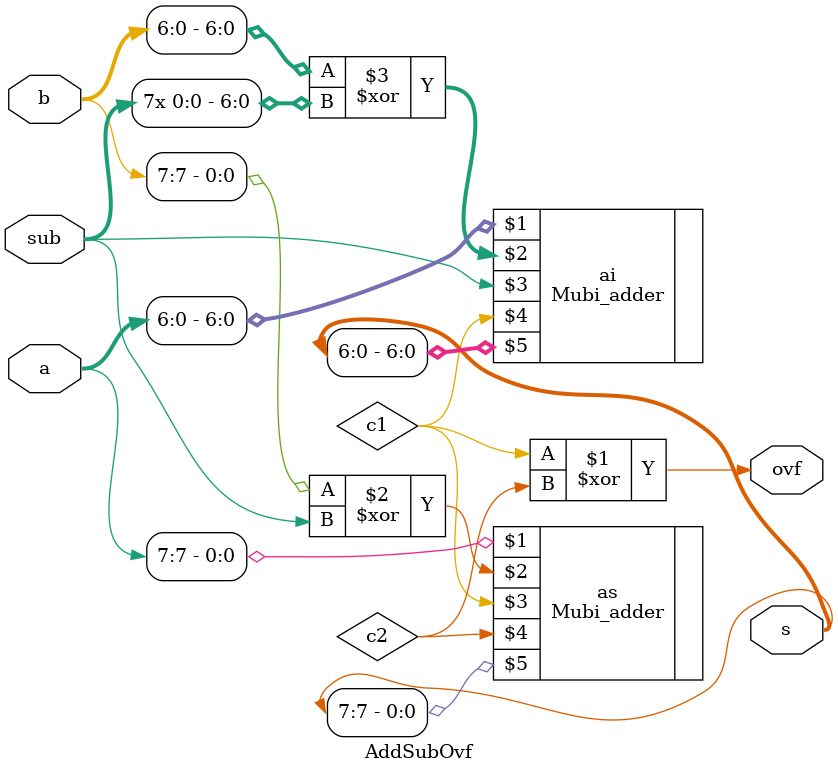
<source format=sv>
module AddSubOvf (a, b, sub, s, ovf);
	parameter n = 8;
	input [n-1:0] a, b;
	input sub; // Do subtraction if sub = 1, otherwise addition
	output logic [n-1:0] s;
	output logic ovf; // ovf = 1 if overflow occurs 
	logic c1, c2; // Carry in and out of the last (n-1) bit
	
	assign ovf = c1 ^ c2;  // If the carry in and out of the last bit differ, then overflow
	
	Mubi_adder # (1) as (a[n-1],b[n-1]^sub, c1, c2, s[n-1]); // Add(subtract) the last (sign) bit. 
	Mubi_adder # (n-1) ai (a[n-2:0], b[n-2:0]^{n-1{sub}}, sub, c1, s[n-2:0]); // Add the rest non-sign bits.
	
endmodule
</source>
